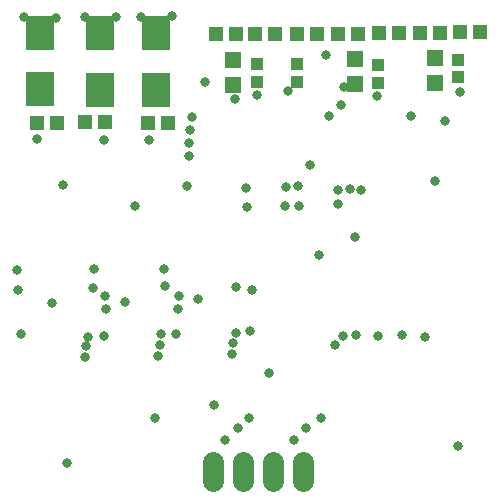
<source format=gbr>
G04 EAGLE Gerber RS-274X export*
G75*
%MOMM*%
%FSLAX34Y34*%
%LPD*%
%INSoldermask Bottom*%
%IPPOS*%
%AMOC8*
5,1,8,0,0,1.08239X$1,22.5*%
G01*
%ADD10C,1.819200*%
%ADD11R,1.203200X1.303200*%
%ADD12R,2.403200X3.003200*%
%ADD13R,1.403200X1.403200*%
%ADD14R,1.003200X1.003200*%
%ADD15C,0.813200*%


D10*
X254205Y17320D02*
X254205Y33480D01*
X228805Y33480D02*
X228805Y17320D01*
X203405Y17320D02*
X203405Y33480D01*
X178005Y33480D02*
X178005Y17320D01*
D11*
X352984Y396771D03*
X369984Y396771D03*
X404378Y397342D03*
X387378Y397342D03*
X284275Y395988D03*
X301275Y395988D03*
X335527Y396879D03*
X318527Y396879D03*
X180246Y396237D03*
X197246Y396237D03*
X230737Y396268D03*
X213737Y396268D03*
X266322Y395647D03*
X249322Y395647D03*
D12*
X130205Y396525D03*
X130205Y348525D03*
D11*
X123171Y320510D03*
X140171Y320510D03*
D12*
X82739Y396849D03*
X82739Y348849D03*
D11*
X86593Y321133D03*
X69593Y321133D03*
D12*
X31957Y397056D03*
X31957Y349056D03*
D11*
X29193Y320663D03*
X46193Y320663D03*
D13*
X366131Y354541D03*
X366131Y375541D03*
X298740Y353594D03*
X298740Y374594D03*
X195305Y352974D03*
X195305Y373974D03*
D14*
X385924Y359332D03*
X385924Y374332D03*
X318028Y354675D03*
X318028Y369675D03*
X215044Y355541D03*
X215044Y370541D03*
X249497Y355240D03*
X249497Y370240D03*
D15*
X374789Y322720D03*
X387164Y346805D03*
X288869Y350851D03*
X317005Y343873D03*
X196502Y340848D03*
X215081Y344057D03*
X284135Y263590D03*
X283767Y252266D03*
X294263Y264511D03*
X303602Y263628D03*
X206702Y249503D03*
X86088Y140679D03*
X72093Y139851D03*
X146855Y142153D03*
X133873Y141600D03*
X209725Y144158D03*
X197154Y143204D03*
X70451Y131490D03*
X69320Y122155D03*
X132923Y132535D03*
X131516Y122945D03*
X195069Y134389D03*
X194046Y124799D03*
X287776Y140463D03*
X281741Y132578D03*
X157851Y303751D03*
X158010Y292613D03*
X206066Y265326D03*
X18010Y410333D03*
X45081Y409891D03*
X69389Y410443D03*
X96128Y410112D03*
X116900Y410001D03*
X143087Y410885D03*
X276401Y326288D03*
X260288Y284950D03*
X250068Y267088D03*
X250621Y250240D03*
X240262Y266858D03*
X238835Y250424D03*
X11892Y196150D03*
X13235Y179143D03*
X76941Y196767D03*
X76275Y180873D03*
X86946Y174443D03*
X87377Y162868D03*
X148144Y162960D03*
X149525Y174192D03*
X137096Y182478D03*
X136635Y197393D03*
X103809Y168942D03*
X41893Y167839D03*
X165304Y171513D03*
X211530Y179300D03*
X197336Y181602D03*
X298876Y140847D03*
X317621Y140427D03*
X337822Y140738D03*
X357332Y139667D03*
X160431Y325890D03*
X158310Y314851D03*
X225366Y109149D03*
X385196Y46874D03*
X129067Y70980D03*
X178554Y81694D03*
X54837Y32812D03*
X15381Y141960D03*
X51493Y268519D03*
X112349Y250439D03*
X156486Y267180D03*
X171198Y355570D03*
X273376Y378152D03*
X345740Y326777D03*
X286890Y336151D03*
X365802Y271198D03*
X241310Y347634D03*
X267487Y209077D03*
X298498Y224369D03*
X123761Y306133D03*
X85945Y306362D03*
X28904Y306931D03*
X208995Y71086D03*
X269259Y70843D03*
X198934Y62326D03*
X257148Y62097D03*
X188621Y52473D03*
X246605Y52473D03*
M02*

</source>
